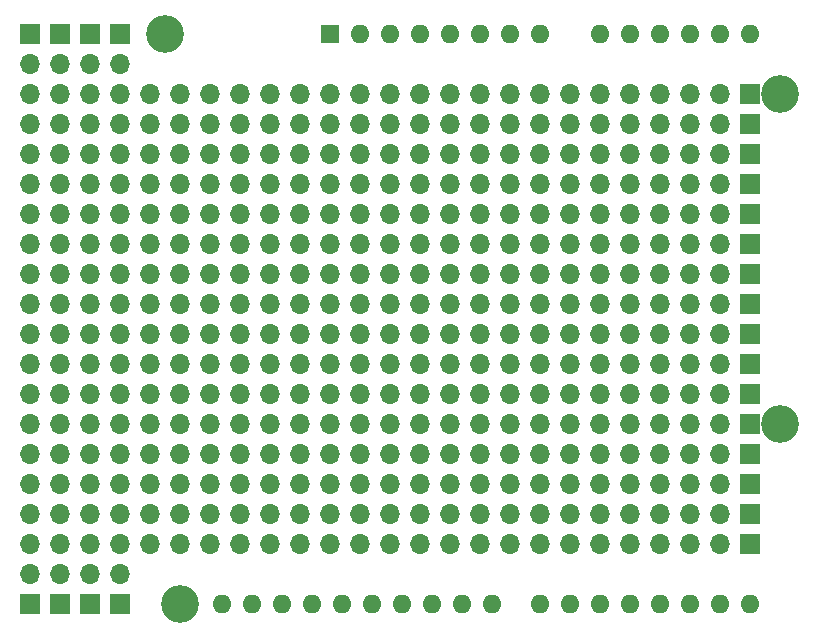
<source format=gbr>
%TF.GenerationSoftware,KiCad,Pcbnew,8.0.1*%
%TF.CreationDate,2024-04-20T17:55:11+02:00*%
%TF.ProjectId,Arduino_PCB,41726475-696e-46f5-9f50-43422e6b6963,rev?*%
%TF.SameCoordinates,Original*%
%TF.FileFunction,Soldermask,Bot*%
%TF.FilePolarity,Negative*%
%FSLAX46Y46*%
G04 Gerber Fmt 4.6, Leading zero omitted, Abs format (unit mm)*
G04 Created by KiCad (PCBNEW 8.0.1) date 2024-04-20 17:55:11*
%MOMM*%
%LPD*%
G01*
G04 APERTURE LIST*
%ADD10R,1.700000X1.700000*%
%ADD11O,1.700000X1.700000*%
%ADD12O,1.600000X1.600000*%
%ADD13R,1.600000X1.600000*%
%ADD14C,3.200000*%
G04 APERTURE END LIST*
D10*
%TO.C,REF\u002A\u002A*%
X96360000Y-90300000D03*
D11*
X96360000Y-87760000D03*
X96360000Y-85220000D03*
X96360000Y-82680000D03*
X96360000Y-80140000D03*
X96360000Y-77600000D03*
X96360000Y-75060000D03*
X96360000Y-72520000D03*
X96360000Y-69980000D03*
X96360000Y-67440000D03*
X96360000Y-64900000D03*
X96360000Y-62360000D03*
X96360000Y-59820000D03*
X96360000Y-57280000D03*
X96360000Y-54740000D03*
X96360000Y-52200000D03*
X96360000Y-49660000D03*
X96360000Y-47120000D03*
X96360000Y-44580000D03*
X96360000Y-42040000D03*
%TD*%
D10*
%TO.C,REF\u002A\u002A*%
X98900000Y-90300000D03*
D11*
X98900000Y-87760000D03*
X98900000Y-85220000D03*
X98900000Y-82680000D03*
X98900000Y-80140000D03*
X98900000Y-77600000D03*
X98900000Y-75060000D03*
X98900000Y-72520000D03*
X98900000Y-69980000D03*
X98900000Y-67440000D03*
X98900000Y-64900000D03*
X98900000Y-62360000D03*
X98900000Y-59820000D03*
X98900000Y-57280000D03*
X98900000Y-54740000D03*
X98900000Y-52200000D03*
X98900000Y-49660000D03*
X98900000Y-47120000D03*
X98900000Y-44580000D03*
X98900000Y-42040000D03*
%TD*%
D10*
%TO.C,REF\u002A\u002A*%
X101440000Y-90300000D03*
D11*
X101440000Y-87760000D03*
X101440000Y-85220000D03*
X101440000Y-82680000D03*
X101440000Y-80140000D03*
X101440000Y-77600000D03*
X101440000Y-75060000D03*
X101440000Y-72520000D03*
X101440000Y-69980000D03*
X101440000Y-67440000D03*
X101440000Y-64900000D03*
X101440000Y-62360000D03*
X101440000Y-59820000D03*
X101440000Y-57280000D03*
X101440000Y-54740000D03*
X101440000Y-52200000D03*
X101440000Y-49660000D03*
X101440000Y-47120000D03*
X101440000Y-44580000D03*
X101440000Y-42040000D03*
%TD*%
D10*
%TO.C,REF\u002A\u002A*%
X103980000Y-90300000D03*
D11*
X103980000Y-87760000D03*
X103980000Y-85220000D03*
X103980000Y-82680000D03*
X103980000Y-80140000D03*
X103980000Y-77600000D03*
X103980000Y-75060000D03*
X103980000Y-72520000D03*
X103980000Y-69980000D03*
X103980000Y-67440000D03*
X103980000Y-64900000D03*
X103980000Y-62360000D03*
X103980000Y-59820000D03*
X103980000Y-57280000D03*
X103980000Y-54740000D03*
X103980000Y-52200000D03*
X103980000Y-49660000D03*
X103980000Y-47120000D03*
X103980000Y-44580000D03*
X103980000Y-42040000D03*
%TD*%
D10*
%TO.C,REF\u002A\u002A*%
X103980000Y-42040000D03*
D11*
X103980000Y-44580000D03*
X103980000Y-47120000D03*
X103980000Y-49660000D03*
X103980000Y-52200000D03*
X103980000Y-54740000D03*
X103980000Y-57280000D03*
X103980000Y-59820000D03*
X103980000Y-62360000D03*
X103980000Y-64900000D03*
X103980000Y-67440000D03*
X103980000Y-69980000D03*
X103980000Y-72520000D03*
X103980000Y-75060000D03*
X103980000Y-77600000D03*
X103980000Y-80140000D03*
X103980000Y-82680000D03*
X103980000Y-85220000D03*
X103980000Y-87760000D03*
X103980000Y-90300000D03*
%TD*%
D10*
%TO.C,REF\u002A\u002A*%
X101440000Y-42040000D03*
D11*
X101440000Y-44580000D03*
X101440000Y-47120000D03*
X101440000Y-49660000D03*
X101440000Y-52200000D03*
X101440000Y-54740000D03*
X101440000Y-57280000D03*
X101440000Y-59820000D03*
X101440000Y-62360000D03*
X101440000Y-64900000D03*
X101440000Y-67440000D03*
X101440000Y-69980000D03*
X101440000Y-72520000D03*
X101440000Y-75060000D03*
X101440000Y-77600000D03*
X101440000Y-80140000D03*
X101440000Y-82680000D03*
X101440000Y-85220000D03*
X101440000Y-87760000D03*
X101440000Y-90300000D03*
%TD*%
D10*
%TO.C,REF\u002A\u002A*%
X98900000Y-42040000D03*
D11*
X98900000Y-44580000D03*
X98900000Y-47120000D03*
X98900000Y-49660000D03*
X98900000Y-52200000D03*
X98900000Y-54740000D03*
X98900000Y-57280000D03*
X98900000Y-59820000D03*
X98900000Y-62360000D03*
X98900000Y-64900000D03*
X98900000Y-67440000D03*
X98900000Y-69980000D03*
X98900000Y-72520000D03*
X98900000Y-75060000D03*
X98900000Y-77600000D03*
X98900000Y-80140000D03*
X98900000Y-82680000D03*
X98900000Y-85220000D03*
X98900000Y-87760000D03*
X98900000Y-90300000D03*
%TD*%
D10*
%TO.C,REF\u002A\u002A*%
X157320000Y-85220000D03*
D11*
X154780000Y-85220000D03*
X152240000Y-85220000D03*
X149700000Y-85220000D03*
X147160000Y-85220000D03*
X144620000Y-85220000D03*
X142080000Y-85220000D03*
X139540000Y-85220000D03*
X137000000Y-85220000D03*
X134460000Y-85220000D03*
X131920000Y-85220000D03*
X129380000Y-85220000D03*
X126840000Y-85220000D03*
X124300000Y-85220000D03*
X121760000Y-85220000D03*
X119220000Y-85220000D03*
X116680000Y-85220000D03*
X114140000Y-85220000D03*
X111600000Y-85220000D03*
X109060000Y-85220000D03*
X106520000Y-85220000D03*
X103980000Y-85220000D03*
X101440000Y-85220000D03*
X98900000Y-85220000D03*
X96360000Y-85220000D03*
%TD*%
D10*
%TO.C,REF\u002A\u002A*%
X157320000Y-82685000D03*
D11*
X154780000Y-82685000D03*
X152240000Y-82685000D03*
X149700000Y-82685000D03*
X147160000Y-82685000D03*
X144620000Y-82685000D03*
X142080000Y-82685000D03*
X139540000Y-82685000D03*
X137000000Y-82685000D03*
X134460000Y-82685000D03*
X131920000Y-82685000D03*
X129380000Y-82685000D03*
X126840000Y-82685000D03*
X124300000Y-82685000D03*
X121760000Y-82685000D03*
X119220000Y-82685000D03*
X116680000Y-82685000D03*
X114140000Y-82685000D03*
X111600000Y-82685000D03*
X109060000Y-82685000D03*
X106520000Y-82685000D03*
X103980000Y-82685000D03*
X101440000Y-82685000D03*
X98900000Y-82685000D03*
X96360000Y-82685000D03*
%TD*%
D10*
%TO.C,REF\u002A\u002A*%
X157320000Y-77600000D03*
D11*
X154780000Y-77600000D03*
X152240000Y-77600000D03*
X149700000Y-77600000D03*
X147160000Y-77600000D03*
X144620000Y-77600000D03*
X142080000Y-77600000D03*
X139540000Y-77600000D03*
X137000000Y-77600000D03*
X134460000Y-77600000D03*
X131920000Y-77600000D03*
X129380000Y-77600000D03*
X126840000Y-77600000D03*
X124300000Y-77600000D03*
X121760000Y-77600000D03*
X119220000Y-77600000D03*
X116680000Y-77600000D03*
X114140000Y-77600000D03*
X111600000Y-77600000D03*
X109060000Y-77600000D03*
X106520000Y-77600000D03*
X103980000Y-77600000D03*
X101440000Y-77600000D03*
X98900000Y-77600000D03*
X96360000Y-77600000D03*
%TD*%
D10*
%TO.C,REF\u002A\u002A*%
X157320000Y-80140000D03*
D11*
X154780000Y-80140000D03*
X152240000Y-80140000D03*
X149700000Y-80140000D03*
X147160000Y-80140000D03*
X144620000Y-80140000D03*
X142080000Y-80140000D03*
X139540000Y-80140000D03*
X137000000Y-80140000D03*
X134460000Y-80140000D03*
X131920000Y-80140000D03*
X129380000Y-80140000D03*
X126840000Y-80140000D03*
X124300000Y-80140000D03*
X121760000Y-80140000D03*
X119220000Y-80140000D03*
X116680000Y-80140000D03*
X114140000Y-80140000D03*
X111600000Y-80140000D03*
X109060000Y-80140000D03*
X106520000Y-80140000D03*
X103980000Y-80140000D03*
X101440000Y-80140000D03*
X98900000Y-80140000D03*
X96360000Y-80140000D03*
%TD*%
D10*
%TO.C,REF\u002A\u002A*%
X157320000Y-69980000D03*
D11*
X154780000Y-69980000D03*
X152240000Y-69980000D03*
X149700000Y-69980000D03*
X147160000Y-69980000D03*
X144620000Y-69980000D03*
X142080000Y-69980000D03*
X139540000Y-69980000D03*
X137000000Y-69980000D03*
X134460000Y-69980000D03*
X131920000Y-69980000D03*
X129380000Y-69980000D03*
X126840000Y-69980000D03*
X124300000Y-69980000D03*
X121760000Y-69980000D03*
X119220000Y-69980000D03*
X116680000Y-69980000D03*
X114140000Y-69980000D03*
X111600000Y-69980000D03*
X109060000Y-69980000D03*
X106520000Y-69980000D03*
X103980000Y-69980000D03*
X101440000Y-69980000D03*
X98900000Y-69980000D03*
X96360000Y-69980000D03*
%TD*%
D10*
%TO.C,REF\u002A\u002A*%
X157320000Y-75065000D03*
D11*
X154780000Y-75065000D03*
X152240000Y-75065000D03*
X149700000Y-75065000D03*
X147160000Y-75065000D03*
X144620000Y-75065000D03*
X142080000Y-75065000D03*
X139540000Y-75065000D03*
X137000000Y-75065000D03*
X134460000Y-75065000D03*
X131920000Y-75065000D03*
X129380000Y-75065000D03*
X126840000Y-75065000D03*
X124300000Y-75065000D03*
X121760000Y-75065000D03*
X119220000Y-75065000D03*
X116680000Y-75065000D03*
X114140000Y-75065000D03*
X111600000Y-75065000D03*
X109060000Y-75065000D03*
X106520000Y-75065000D03*
X103980000Y-75065000D03*
X101440000Y-75065000D03*
X98900000Y-75065000D03*
X96360000Y-75065000D03*
%TD*%
D10*
%TO.C,REF\u002A\u002A*%
X157320000Y-72520000D03*
D11*
X154780000Y-72520000D03*
X152240000Y-72520000D03*
X149700000Y-72520000D03*
X147160000Y-72520000D03*
X144620000Y-72520000D03*
X142080000Y-72520000D03*
X139540000Y-72520000D03*
X137000000Y-72520000D03*
X134460000Y-72520000D03*
X131920000Y-72520000D03*
X129380000Y-72520000D03*
X126840000Y-72520000D03*
X124300000Y-72520000D03*
X121760000Y-72520000D03*
X119220000Y-72520000D03*
X116680000Y-72520000D03*
X114140000Y-72520000D03*
X111600000Y-72520000D03*
X109060000Y-72520000D03*
X106520000Y-72520000D03*
X103980000Y-72520000D03*
X101440000Y-72520000D03*
X98900000Y-72520000D03*
X96360000Y-72520000D03*
%TD*%
D10*
%TO.C,REF\u002A\u002A*%
X157320000Y-67445000D03*
D11*
X154780000Y-67445000D03*
X152240000Y-67445000D03*
X149700000Y-67445000D03*
X147160000Y-67445000D03*
X144620000Y-67445000D03*
X142080000Y-67445000D03*
X139540000Y-67445000D03*
X137000000Y-67445000D03*
X134460000Y-67445000D03*
X131920000Y-67445000D03*
X129380000Y-67445000D03*
X126840000Y-67445000D03*
X124300000Y-67445000D03*
X121760000Y-67445000D03*
X119220000Y-67445000D03*
X116680000Y-67445000D03*
X114140000Y-67445000D03*
X111600000Y-67445000D03*
X109060000Y-67445000D03*
X106520000Y-67445000D03*
X103980000Y-67445000D03*
X101440000Y-67445000D03*
X98900000Y-67445000D03*
X96360000Y-67445000D03*
%TD*%
D10*
%TO.C,REF\u002A\u002A*%
X157320000Y-64900000D03*
D11*
X154780000Y-64900000D03*
X152240000Y-64900000D03*
X149700000Y-64900000D03*
X147160000Y-64900000D03*
X144620000Y-64900000D03*
X142080000Y-64900000D03*
X139540000Y-64900000D03*
X137000000Y-64900000D03*
X134460000Y-64900000D03*
X131920000Y-64900000D03*
X129380000Y-64900000D03*
X126840000Y-64900000D03*
X124300000Y-64900000D03*
X121760000Y-64900000D03*
X119220000Y-64900000D03*
X116680000Y-64900000D03*
X114140000Y-64900000D03*
X111600000Y-64900000D03*
X109060000Y-64900000D03*
X106520000Y-64900000D03*
X103980000Y-64900000D03*
X101440000Y-64900000D03*
X98900000Y-64900000D03*
X96360000Y-64900000D03*
%TD*%
D10*
%TO.C,REF\u002A\u002A*%
X157320000Y-62360000D03*
D11*
X154780000Y-62360000D03*
X152240000Y-62360000D03*
X149700000Y-62360000D03*
X147160000Y-62360000D03*
X144620000Y-62360000D03*
X142080000Y-62360000D03*
X139540000Y-62360000D03*
X137000000Y-62360000D03*
X134460000Y-62360000D03*
X131920000Y-62360000D03*
X129380000Y-62360000D03*
X126840000Y-62360000D03*
X124300000Y-62360000D03*
X121760000Y-62360000D03*
X119220000Y-62360000D03*
X116680000Y-62360000D03*
X114140000Y-62360000D03*
X111600000Y-62360000D03*
X109060000Y-62360000D03*
X106520000Y-62360000D03*
X103980000Y-62360000D03*
X101440000Y-62360000D03*
X98900000Y-62360000D03*
X96360000Y-62360000D03*
%TD*%
D10*
%TO.C,REF\u002A\u002A*%
X157320000Y-59825000D03*
D11*
X154780000Y-59825000D03*
X152240000Y-59825000D03*
X149700000Y-59825000D03*
X147160000Y-59825000D03*
X144620000Y-59825000D03*
X142080000Y-59825000D03*
X139540000Y-59825000D03*
X137000000Y-59825000D03*
X134460000Y-59825000D03*
X131920000Y-59825000D03*
X129380000Y-59825000D03*
X126840000Y-59825000D03*
X124300000Y-59825000D03*
X121760000Y-59825000D03*
X119220000Y-59825000D03*
X116680000Y-59825000D03*
X114140000Y-59825000D03*
X111600000Y-59825000D03*
X109060000Y-59825000D03*
X106520000Y-59825000D03*
X103980000Y-59825000D03*
X101440000Y-59825000D03*
X98900000Y-59825000D03*
X96360000Y-59825000D03*
%TD*%
D10*
%TO.C,REF\u002A\u002A*%
X157320000Y-54740000D03*
D11*
X154780000Y-54740000D03*
X152240000Y-54740000D03*
X149700000Y-54740000D03*
X147160000Y-54740000D03*
X144620000Y-54740000D03*
X142080000Y-54740000D03*
X139540000Y-54740000D03*
X137000000Y-54740000D03*
X134460000Y-54740000D03*
X131920000Y-54740000D03*
X129380000Y-54740000D03*
X126840000Y-54740000D03*
X124300000Y-54740000D03*
X121760000Y-54740000D03*
X119220000Y-54740000D03*
X116680000Y-54740000D03*
X114140000Y-54740000D03*
X111600000Y-54740000D03*
X109060000Y-54740000D03*
X106520000Y-54740000D03*
X103980000Y-54740000D03*
X101440000Y-54740000D03*
X98900000Y-54740000D03*
X96360000Y-54740000D03*
%TD*%
D10*
%TO.C,REF\u002A\u002A*%
X157320000Y-57280000D03*
D11*
X154780000Y-57280000D03*
X152240000Y-57280000D03*
X149700000Y-57280000D03*
X147160000Y-57280000D03*
X144620000Y-57280000D03*
X142080000Y-57280000D03*
X139540000Y-57280000D03*
X137000000Y-57280000D03*
X134460000Y-57280000D03*
X131920000Y-57280000D03*
X129380000Y-57280000D03*
X126840000Y-57280000D03*
X124300000Y-57280000D03*
X121760000Y-57280000D03*
X119220000Y-57280000D03*
X116680000Y-57280000D03*
X114140000Y-57280000D03*
X111600000Y-57280000D03*
X109060000Y-57280000D03*
X106520000Y-57280000D03*
X103980000Y-57280000D03*
X101440000Y-57280000D03*
X98900000Y-57280000D03*
X96360000Y-57280000D03*
%TD*%
D10*
%TO.C,REF\u002A\u002A*%
X96360000Y-42040000D03*
D11*
X96360000Y-44580000D03*
X96360000Y-47120000D03*
X96360000Y-49660000D03*
X96360000Y-52200000D03*
X96360000Y-54740000D03*
X96360000Y-57280000D03*
X96360000Y-59820000D03*
X96360000Y-62360000D03*
X96360000Y-64900000D03*
X96360000Y-67440000D03*
X96360000Y-69980000D03*
X96360000Y-72520000D03*
X96360000Y-75060000D03*
X96360000Y-77600000D03*
X96360000Y-80140000D03*
X96360000Y-82680000D03*
X96360000Y-85220000D03*
X96360000Y-87760000D03*
X96360000Y-90300000D03*
%TD*%
%TO.C,REF\u002A\u002A*%
X96360000Y-47120000D03*
X98900000Y-47120000D03*
X101440000Y-47120000D03*
X103980000Y-47120000D03*
X106520000Y-47120000D03*
X109060000Y-47120000D03*
X111600000Y-47120000D03*
X114140000Y-47120000D03*
X116680000Y-47120000D03*
X119220000Y-47120000D03*
X121760000Y-47120000D03*
X124300000Y-47120000D03*
X126840000Y-47120000D03*
X129380000Y-47120000D03*
X131920000Y-47120000D03*
X134460000Y-47120000D03*
X137000000Y-47120000D03*
X139540000Y-47120000D03*
X142080000Y-47120000D03*
X144620000Y-47120000D03*
X147160000Y-47120000D03*
X149700000Y-47120000D03*
X152240000Y-47120000D03*
X154780000Y-47120000D03*
D10*
X157320000Y-47120000D03*
%TD*%
D11*
%TO.C,REF\u002A\u002A*%
X96360000Y-49660000D03*
X98900000Y-49660000D03*
X101440000Y-49660000D03*
X103980000Y-49660000D03*
X106520000Y-49660000D03*
X109060000Y-49660000D03*
X111600000Y-49660000D03*
X114140000Y-49660000D03*
X116680000Y-49660000D03*
X119220000Y-49660000D03*
X121760000Y-49660000D03*
X124300000Y-49660000D03*
X126840000Y-49660000D03*
X129380000Y-49660000D03*
X131920000Y-49660000D03*
X134460000Y-49660000D03*
X137000000Y-49660000D03*
X139540000Y-49660000D03*
X142080000Y-49660000D03*
X144620000Y-49660000D03*
X147160000Y-49660000D03*
X149700000Y-49660000D03*
X152240000Y-49660000D03*
X154780000Y-49660000D03*
D10*
X157320000Y-49660000D03*
%TD*%
D11*
%TO.C,REF\u002A\u002A*%
X96360000Y-52205000D03*
X98900000Y-52205000D03*
X101440000Y-52205000D03*
X103980000Y-52205000D03*
X106520000Y-52205000D03*
X109060000Y-52205000D03*
X111600000Y-52205000D03*
X114140000Y-52205000D03*
X116680000Y-52205000D03*
X119220000Y-52205000D03*
X121760000Y-52205000D03*
X124300000Y-52205000D03*
X126840000Y-52205000D03*
X129380000Y-52205000D03*
X131920000Y-52205000D03*
X134460000Y-52205000D03*
X137000000Y-52205000D03*
X139540000Y-52205000D03*
X142080000Y-52205000D03*
X144620000Y-52205000D03*
X147160000Y-52205000D03*
X149700000Y-52205000D03*
X152240000Y-52205000D03*
X154780000Y-52205000D03*
D10*
X157320000Y-52205000D03*
%TD*%
D12*
%TO.C,REF\u002A\u002A*%
X112620000Y-90300000D03*
X115160000Y-90300000D03*
X117700000Y-90300000D03*
X120240000Y-90300000D03*
X122780000Y-90300000D03*
X125320000Y-90300000D03*
X127860000Y-90300000D03*
X130400000Y-90300000D03*
X132940000Y-90300000D03*
X135480000Y-90300000D03*
X139540000Y-90300000D03*
X142080000Y-90300000D03*
X144620000Y-90300000D03*
X147160000Y-90300000D03*
X149700000Y-90300000D03*
X152240000Y-90300000D03*
X154780000Y-90300000D03*
X157320000Y-90300000D03*
X157320000Y-42040000D03*
X154780000Y-42040000D03*
X152240000Y-42040000D03*
X149700000Y-42040000D03*
X147160000Y-42040000D03*
X144620000Y-42040000D03*
X139540000Y-42040000D03*
X137000000Y-42040000D03*
X134460000Y-42040000D03*
X131920000Y-42040000D03*
X129380000Y-42040000D03*
X126840000Y-42040000D03*
X124300000Y-42040000D03*
D13*
X121760000Y-42040000D03*
D14*
X159860000Y-75060000D03*
X159860000Y-47120000D03*
X109060000Y-90300000D03*
X107790000Y-42040000D03*
%TD*%
M02*

</source>
